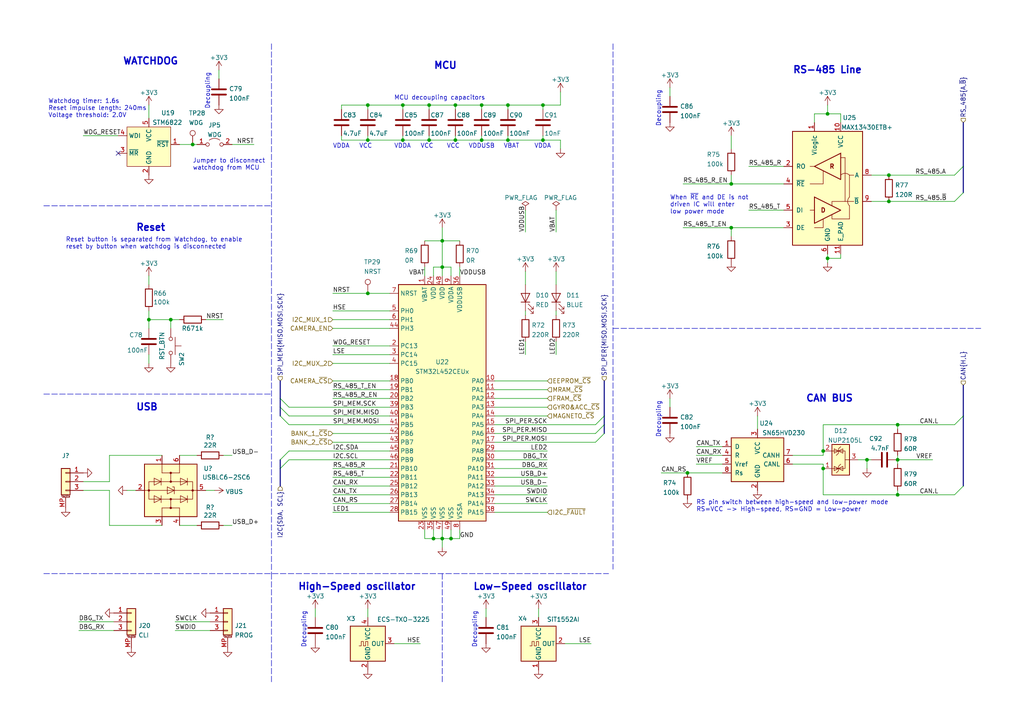
<source format=kicad_sch>
(kicad_sch (version 20211123) (generator eeschema)
  (paper "A4")
  (lib_symbols
    (symbol "Connector:TestPoint" (pin_numbers hide) (pin_names (offset 0.762) hide)
      (property "Reference" "TP" (at 0 6.858 0))
      (property "Value" "TestPoint" (at 0 5.08 0))
      (symbol "TestPoint_1_1"
        (pin passive line (at 0 0 90) (length 2.54) (name "1") (number "1"))
      )
    )
    (symbol "Connector_Generic_MountingPin:Conn_01x03_MountingPin" (pin_names (offset 1.016) hide)
      (property "Reference" "J" (at 0 5.08 0))
      (property "Value" "Conn_01x03_MountingPin" (at 1.27 -5.08 0))
      (symbol "Conn_01x03_MountingPin_1_1"
        (text "Mounting" (at 0 -4.191 0) (effects (font (size 0.381 0.381))))
        (pin passive line (at -5.08 2.54 0) (length 3.81) (name "Pin_1") (number "1"))
        (pin passive line (at -5.08 0 0) (length 3.81) (name "Pin_2") (number "2"))
        (pin passive line (at -5.08 -2.54 0) (length 3.81) (name "Pin_3") (number "3"))
        (pin passive line (at 0 -7.62 90) (length 3.048) (name "MountPin") (number "MP"))
      )
    )
    (symbol "Device:C" (pin_numbers hide) (pin_names (offset 0.254))
      (property "Reference" "C" (at 0.635 2.54 0))
      (property "Value" "C" (at 0.635 -2.54 0))
      (symbol "C_1_1"
        (pin passive line (at 0 3.81 270) (length 2.794) (name "~") (number "1"))
        (pin passive line (at 0 -3.81 90) (length 2.794) (name "~") (number "2"))
      )
    )
    (symbol "Device:LED" (pin_numbers hide) (pin_names (offset 1.016) hide)
      (property "Reference" "D" (at 0 2.54 0))
      (property "Value" "LED" (at 0 -2.54 0))
      (symbol "LED_1_1"
        (pin passive line (at -3.81 0 0) (length 2.54) (name "K") (number "1"))
        (pin passive line (at 3.81 0 180) (length 2.54) (name "A") (number "2"))
      )
    )
    (symbol "Device:R" (pin_numbers hide) (pin_names (offset 0))
      (property "Reference" "R" (at 2.032 0 90))
      (property "Value" "R" (at 0 0 90))
      (symbol "R_1_1"
        (pin passive line (at 0 3.81 270) (length 1.27) (name "~") (number "1"))
        (pin passive line (at 0 -3.81 90) (length 1.27) (name "~") (number "2"))
      )
    )
    (symbol "Interface_CAN_LIN:SN65HVD230" (pin_names (offset 1.016))
      (property "Reference" "U" (at -2.54 10.16 0))
      (property "Value" "SN65HVD230" (at -2.54 7.62 0))
      (symbol "SN65HVD230_1_1"
        (pin input line (at -10.16 2.54 0) (length 2.54) (name "D") (number "1"))
        (pin power_in line (at 0 -10.16 90) (length 2.54) (name "GND") (number "2"))
        (pin power_in line (at 0 7.62 270) (length 2.54) (name "VCC") (number "3"))
        (pin output line (at -10.16 0 0) (length 2.54) (name "R") (number "4"))
        (pin output line (at -10.16 -2.54 0) (length 2.54) (name "Vref") (number "5"))
        (pin bidirectional line (at 10.16 -2.54 180) (length 2.54) (name "CANL") (number "6"))
        (pin bidirectional line (at 10.16 0 180) (length 2.54) (name "CANH") (number "7"))
        (pin input line (at -10.16 -5.08 0) (length 2.54) (name "Rs") (number "8"))
      )
    )
    (symbol "Jumper:Jumper_2_Open" (pin_names (offset 0) hide)
      (property "Reference" "JP" (at 0 2.794 0))
      (property "Value" "Jumper_2_Open" (at 0 -2.286 0))
      (symbol "Jumper_2_Open_1_1"
        (pin passive line (at -5.08 0 0) (length 2.54) (name "A") (number "1"))
        (pin passive line (at 5.08 0 180) (length 2.54) (name "B") (number "2"))
      )
    )
    (symbol "MCU_ST_STM32L4:STM32L452CEUx"
      (property "Reference" "U" (at -12.7 34.29 0))
      (property "Value" "STM32L452CEUx" (at 7.62 34.29 0))
      (symbol "STM32L452CEUx_1_1"
        (pin power_in line (at -5.08 35.56 270) (length 2.54) (name "VBAT") (number "1"))
        (pin bidirectional line (at 15.24 5.08 180) (length 2.54) (name "PA0") (number "10"))
        (pin bidirectional line (at 15.24 2.54 180) (length 2.54) (name "PA1") (number "11"))
        (pin bidirectional line (at 15.24 0 180) (length 2.54) (name "PA2") (number "12"))
        (pin bidirectional line (at 15.24 -2.54 180) (length 2.54) (name "PA3") (number "13"))
        (pin bidirectional line (at 15.24 -5.08 180) (length 2.54) (name "PA4") (number "14"))
        (pin bidirectional line (at 15.24 -7.62 180) (length 2.54) (name "PA5") (number "15"))
        (pin bidirectional line (at 15.24 -10.16 180) (length 2.54) (name "PA6") (number "16"))
        (pin bidirectional line (at 15.24 -12.7 180) (length 2.54) (name "PA7") (number "17"))
        (pin bidirectional line (at -15.24 5.08 0) (length 2.54) (name "PB0") (number "18"))
        (pin bidirectional line (at -15.24 2.54 0) (length 2.54) (name "PB1") (number "19"))
        (pin bidirectional line (at -15.24 15.24 0) (length 2.54) (name "PC13") (number "2"))
        (pin bidirectional line (at -15.24 0 0) (length 2.54) (name "PB2") (number "20"))
        (pin bidirectional line (at -15.24 -20.32 0) (length 2.54) (name "PB10") (number "21"))
        (pin bidirectional line (at -15.24 -22.86 0) (length 2.54) (name "PB11") (number "22"))
        (pin power_in line (at -5.08 -38.1 90) (length 2.54) (name "VSS") (number "23"))
        (pin power_in line (at -2.54 35.56 270) (length 2.54) (name "VDD") (number "24"))
        (pin bidirectional line (at -15.24 -25.4 0) (length 2.54) (name "PB12") (number "25"))
        (pin bidirectional line (at -15.24 -27.94 0) (length 2.54) (name "PB13") (number "26"))
        (pin bidirectional line (at -15.24 -30.48 0) (length 2.54) (name "PB14") (number "27"))
        (pin bidirectional line (at -15.24 -33.02 0) (length 2.54) (name "PB15") (number "28"))
        (pin bidirectional line (at 15.24 -15.24 180) (length 2.54) (name "PA8") (number "29"))
        (pin bidirectional line (at -15.24 12.7 0) (length 2.54) (name "PC14") (number "3"))
        (pin bidirectional line (at 15.24 -17.78 180) (length 2.54) (name "PA9") (number "30"))
        (pin bidirectional line (at 15.24 -20.32 180) (length 2.54) (name "PA10") (number "31"))
        (pin bidirectional line (at 15.24 -22.86 180) (length 2.54) (name "PA11") (number "32"))
        (pin bidirectional line (at 15.24 -25.4 180) (length 2.54) (name "PA12") (number "33"))
        (pin bidirectional line (at 15.24 -27.94 180) (length 2.54) (name "PA13") (number "34"))
        (pin power_in line (at -2.54 -38.1 90) (length 2.54) (name "VSS") (number "35"))
        (pin power_in line (at 5.08 35.56 270) (length 2.54) (name "VDDUSB") (number "36"))
        (pin bidirectional line (at 15.24 -30.48 180) (length 2.54) (name "PA14") (number "37"))
        (pin bidirectional line (at 15.24 -33.02 180) (length 2.54) (name "PA15") (number "38"))
        (pin bidirectional line (at -15.24 -2.54 0) (length 2.54) (name "PB3") (number "39"))
        (pin bidirectional line (at -15.24 10.16 0) (length 2.54) (name "PC15") (number "4"))
        (pin bidirectional line (at -15.24 -5.08 0) (length 2.54) (name "PB4") (number "40"))
        (pin bidirectional line (at -15.24 -7.62 0) (length 2.54) (name "PB5") (number "41"))
        (pin bidirectional line (at -15.24 -10.16 0) (length 2.54) (name "PB6") (number "42"))
        (pin bidirectional line (at -15.24 -12.7 0) (length 2.54) (name "PB7") (number "43"))
        (pin bidirectional line (at -15.24 20.32 0) (length 2.54) (name "PH3") (number "44"))
        (pin bidirectional line (at -15.24 -15.24 0) (length 2.54) (name "PB8") (number "45"))
        (pin bidirectional line (at -15.24 -17.78 0) (length 2.54) (name "PB9") (number "46"))
        (pin power_in line (at 0 -38.1 90) (length 2.54) (name "VSS") (number "47"))
        (pin power_in line (at 0 35.56 270) (length 2.54) (name "VDD") (number "48"))
        (pin power_in line (at 2.54 -38.1 90) (length 2.54) (name "VSS") (number "49"))
        (pin input line (at -15.24 25.4 0) (length 2.54) (name "PH0") (number "5"))
        (pin input line (at -15.24 22.86 0) (length 2.54) (name "PH1") (number "6"))
        (pin input line (at -15.24 30.48 0) (length 2.54) (name "NRST") (number "7"))
        (pin power_in line (at 5.08 -38.1 90) (length 2.54) (name "VSSA") (number "8"))
        (pin power_in line (at 2.54 35.56 270) (length 2.54) (name "VDDA") (number "9"))
      )
    )
    (symbol "Power_Protection:NUP2105L" (pin_names hide)
      (property "Reference" "D" (at 5.715 2.54 0))
      (property "Value" "NUP2105L" (at 5.715 0.635 0))
      (symbol "NUP2105L_0_0"
        (pin passive line (at 0 -5.08 90) (length 2.54) (name "A") (number "3"))
      )
      (symbol "NUP2105L_1_1"
        (pin passive line (at -2.54 5.08 270) (length 2.54) (name "K") (number "1"))
        (pin passive line (at 2.54 5.08 270) (length 2.54) (name "K") (number "2"))
      )
    )
    (symbol "Power_Protection:USBLC6-2SC6" (pin_names hide)
      (property "Reference" "U" (at 2.54 8.89 0))
      (property "Value" "USBLC6-2SC6" (at 2.54 -8.89 0))
      (symbol "USBLC6-2SC6_1_1"
        (pin passive line (at -10.16 -2.54 0) (length 2.54) (name "I/O1") (number "1"))
        (pin passive line (at 0 -10.16 90) (length 2.54) (name "GND") (number "2"))
        (pin passive line (at 10.16 -2.54 180) (length 2.54) (name "I/O2") (number "3"))
        (pin passive line (at 10.16 2.54 180) (length 2.54) (name "I/O2") (number "4"))
        (pin passive line (at 0 10.16 270) (length 2.54) (name "VBUS") (number "5"))
        (pin passive line (at -10.16 2.54 0) (length 2.54) (name "I/O1") (number "6"))
      )
    )
    (symbol "Switch:SW_Push" (pin_numbers hide) (pin_names (offset 1.016) hide)
      (property "Reference" "SW" (at 1.27 2.54 0))
      (property "Value" "SW_Push" (at 0 -1.524 0))
      (symbol "SW_Push_0_1"
        (pin passive line (at -5.08 0 0) (length 2.54) (name "1") (number "1"))
        (pin passive line (at 5.08 0 180) (length 2.54) (name "2") (number "2"))
      )
    )
    (symbol "TCY_IC:MAX13430ETB+" (pin_names (offset 1.016))
      (property "Reference" "U" (at -10.16 19.05 0))
      (property "Value" "MAX13430ETB+" (at 5.08 19.05 0))
      (symbol "MAX13430ETB+_0_0"
        (text "D" (at -1.27 -5.08 0) (effects (font (size 1.27 1.27) bold)))
        (text "R" (at 1.27 7.62 0) (effects (font (size 1.27 1.27) bold)))
      )
      (symbol "MAX13430ETB+_1_1"
        (pin power_in line (at -3.81 20.32 270) (length 2.54) (name "Vlogic") (number "1"))
        (pin power_in line (at 3.81 20.32 270) (length 2.54) (name "VCC") (number "10"))
        (pin power_in line (at 3.81 -17.78 90) (length 2.54) (name "E_PAD") (number "11"))
        (pin output line (at -12.7 7.62 0) (length 2.54) (name "RO") (number "2"))
        (pin input line (at -12.7 -10.16 0) (length 2.54) (name "DE") (number "3"))
        (pin input line (at -12.7 2.54 0) (length 2.54) (name "~{RE}") (number "4"))
        (pin input line (at -12.7 -5.08 0) (length 2.54) (name "DI") (number "5"))
        (pin power_in line (at 0 -17.78 90) (length 2.54) (name "GND") (number "6"))
        (pin no_connect line (at 10.16 1.27 180) (length 2.54) hide (name "NC") (number "7"))
        (pin input line (at 12.7 5.08 180) (length 2.54) (name "A") (number "8"))
        (pin input line (at 12.7 -2.54 180) (length 2.54) (name "~{B}") (number "9"))
      )
    )
    (symbol "TCY_IC:STM6822"
      (property "Reference" "U" (at 6.35 13.97 0))
      (property "Value" "STM6822" (at 6.35 16.51 0))
      (symbol "STM6822_1_1"
        (pin open_collector line (at 8.89 6.35 180) (length 2.54) (name "~{RST}") (number "1"))
        (pin passive line (at 0 -2.54 90) (length 2.54) (name "GND") (number "2"))
        (pin input line (at -8.89 3.81 0) (length 2.54) (name "~{MR}") (number "3"))
        (pin input line (at -8.89 8.89 0) (length 2.54) (name "WDI") (number "4"))
        (pin power_in line (at 0 13.97 270) (length 2.54) (name "VCC") (number "5"))
      )
    )
    (symbol "TCY_ocillators:ECS-TXO-3225" (pin_names (offset 0.254))
      (property "Reference" "X" (at -6.35 6.35 0))
      (property "Value" "ECS-TXO-3225" (at 1.27 6.35 0))
      (symbol "ECS-TXO-3225_1_1"
        (pin no_connect line (at -7.62 0 0) (length 2.54) hide (name "NC") (number "1"))
        (pin power_in line (at 0 -7.62 90) (length 2.54) (name "GND") (number "2"))
        (pin output line (at 7.62 0 180) (length 2.54) (name "OUT") (number "3"))
        (pin power_in line (at 0 7.62 270) (length 2.54) (name "VCC") (number "4"))
      )
    )
    (symbol "TCY_ocillators:SiT1552AI" (pin_names (offset 0.254))
      (property "Reference" "X" (at -6.35 6.35 0))
      (property "Value" "SiT1552AI" (at 1.27 6.35 0))
      (symbol "SiT1552AI_1_1"
        (pin power_in line (at 0 -7.62 90) (length 2.54) (name "GND") (number "1"))
        (pin output line (at 7.62 0 180) (length 2.54) (name "OUT") (number "2"))
        (pin power_in line (at 0 7.62 270) (length 2.54) (name "VCC") (number "3"))
        (pin power_in line (at 0 -7.62 90) (length 2.54) hide (name "GND") (number "4"))
      )
    )
    (symbol "power:+3.3V" (power) (pin_names (offset 0))
      (property "Value" "+3.3V" (at 0 3.556 0))
      (symbol "+3.3V_1_1"
        (pin power_in line (at 0 0 90) (length 0) hide (name "+3V3") (number "1"))
      )
    )
    (symbol "power:GND" (power) (pin_names (offset 0))
      (property "Value" "GND" (at 0 -3.81 0))
      (symbol "GND_1_1"
        (pin power_in line (at 0 0 270) (length 0) hide (name "GND") (number "1"))
      )
    )
    (symbol "power:PWR_FLAG" (power) (pin_numbers hide) (pin_names (offset 0) hide)
      (property "Value" "PWR_FLAG" (at 0 3.81 0))
      (symbol "PWR_FLAG_0_0"
        (pin power_out line (at 0 0 90) (length 0) (name "pwr") (number "1"))
      )
    )
    (symbol "power:VBUS" (power) (pin_names (offset 0))
      (property "Value" "VBUS" (at 0 3.81 0))
      (symbol "VBUS_1_1"
        (pin power_in line (at 0 0 90) (length 0) hide (name "VBUS") (number "1"))
      )
    )
  )
  (junction (at 106.68 85.09))
  (junction (at 128.27 77.47) (diameter 0.9144))
  (junction (at 43.18 92.71) (diameter 0.9144))
  (junction (at 260.35 133.35) (diameter 0.9144))
  (junction (at 128.27 156.21) (diameter 0.9144))
  (junction (at 116.84 40.64) (diameter 0.9144))
  (junction (at 240.03 74.93) (diameter 0.9144))
  (junction (at 212.09 66.04) (diameter 0.9144))
  (junction (at 116.84 30.48) (diameter 0.9144))
  (junction (at 106.68 40.64) (diameter 0.9144))
  (junction (at 251.46 133.35) (diameter 0.9144))
  (junction (at 260.35 143.51) (diameter 0.9144))
  (junction (at 157.48 40.64) (diameter 0.9144))
  (junction (at 260.35 123.19) (diameter 0.9144))
  (junction (at 147.32 30.48) (diameter 0.9144))
  (junction (at 199.39 137.16) (diameter 0.9144))
  (junction (at 49.53 92.71) (diameter 0.9144))
  (junction (at 238.76 135.89) (diameter 0.9144))
  (junction (at 132.08 30.48) (diameter 0.9144))
  (junction (at 147.32 40.64) (diameter 0.9144))
  (junction (at 124.46 40.64) (diameter 0.9144))
  (junction (at 132.08 40.64) (diameter 0.9144))
  (junction (at 106.68 30.48) (diameter 0.9144))
  (junction (at 124.46 30.48) (diameter 0.9144))
  (junction (at 125.73 156.21) (diameter 0.9144))
  (junction (at 139.7 40.64) (diameter 0.9144))
  (junction (at 257.81 58.42) (diameter 0.9144))
  (junction (at 139.7 30.48) (diameter 0.9144))
  (junction (at 257.81 50.8) (diameter 0.9144))
  (junction (at 128.27 69.85) (diameter 0.9144))
  (junction (at 212.09 53.34) (diameter 0.9144))
  (junction (at 55.88 41.91) (diameter 0.9144))
  (junction (at 157.48 30.48) (diameter 0.9144))
  (junction (at 240.03 33.02) (diameter 0.9144))
  (junction (at 238.76 130.81) (diameter 0.9144))
  (junction (at 130.81 156.21) (diameter 0.9144))
  (no_connect (at 34.29 44.45))
  (bus_entry (at 81.28 120.65) (size 2.54 2.54))
  (bus_entry (at 279.4 140.97) (size -2.54 2.54))
  (bus_entry (at 81.28 118.11) (size 2.54 2.54))
  (bus_entry (at 279.4 48.26) (size -2.54 2.54))
  (bus_entry (at 175.26 123.19) (size -2.54 2.54))
  (bus_entry (at 279.4 55.88) (size -2.54 2.54))
  (bus_entry (at 175.26 120.65) (size -2.54 2.54))
  (bus_entry (at 279.4 120.65) (size -2.54 2.54))
  (bus_entry (at 175.26 125.73) (size -2.54 2.54))
  (bus_entry (at 81.28 133.35) (size 2.54 -2.54))
  (bus_entry (at 81.28 135.89) (size 2.54 -2.54))
  (bus_entry (at 81.28 115.57) (size 2.54 2.54))
  (wire (pts (xy 96.52 113.03) (xy 113.03 113.03)))
  (polyline (pts (xy 12.7 166.37) (xy 176.53 166.37)) (stroke (width 0) (type dash)))
  (wire (pts (xy 257.81 50.8) (xy 276.86 50.8)))
  (wire (pts (xy 96.52 102.87) (xy 113.03 102.87)))
  (wire (pts (xy 52.07 152.4) (xy 57.15 152.4)))
  (wire (pts (xy 43.18 80.01) (xy 43.18 82.55)))
  (wire (pts (xy 198.12 53.34) (xy 212.09 53.34)))
  (wire (pts (xy 60.96 182.88) (xy 50.8 182.88)))
  (wire (pts (xy 24.13 142.24) (xy 31.75 142.24)))
  (wire (pts (xy 260.35 133.35) (xy 270.51 133.35)))
  (wire (pts (xy 143.51 128.27) (xy 172.72 128.27)))
  (wire (pts (xy 260.35 142.24) (xy 260.35 143.51)))
  (wire (pts (xy 157.48 40.64) (xy 162.56 40.64)))
  (wire (pts (xy 162.56 40.64) (xy 162.56 43.18)))
  (wire (pts (xy 83.82 118.11) (xy 113.03 118.11)))
  (wire (pts (xy 124.46 40.64) (xy 116.84 40.64)))
  (wire (pts (xy 114.3 186.69) (xy 121.92 186.69)))
  (wire (pts (xy 143.51 138.43) (xy 158.75 138.43)))
  (wire (pts (xy 161.29 99.06) (xy 161.29 102.87)))
  (wire (pts (xy 238.76 135.89) (xy 238.76 143.51)))
  (wire (pts (xy 128.27 69.85) (xy 128.27 77.47)))
  (wire (pts (xy 152.4 99.06) (xy 152.4 102.87)))
  (bus (pts (xy 175.26 120.65) (xy 175.26 123.19)))
  (wire (pts (xy 125.73 77.47) (xy 128.27 77.47)))
  (wire (pts (xy 123.19 69.85) (xy 128.27 69.85)))
  (wire (pts (xy 128.27 69.85) (xy 133.35 69.85)))
  (bus (pts (xy 279.4 35.56) (xy 279.4 48.26)))
  (wire (pts (xy 83.82 133.35) (xy 113.03 133.35)))
  (wire (pts (xy 31.75 142.24) (xy 31.75 152.4)))
  (wire (pts (xy 125.73 153.67) (xy 125.73 156.21)))
  (bus (pts (xy 81.28 118.11) (xy 81.28 120.65)))
  (bus (pts (xy 279.4 120.65) (xy 279.4 140.97)))
  (wire (pts (xy 96.52 110.49) (xy 113.03 110.49)))
  (wire (pts (xy 219.71 120.65) (xy 219.71 124.46)))
  (wire (pts (xy 156.21 176.53) (xy 156.21 179.07)))
  (wire (pts (xy 96.52 143.51) (xy 113.03 143.51)))
  (bus (pts (xy 81.28 115.57) (xy 81.28 118.11)))
  (wire (pts (xy 64.77 132.08) (xy 67.31 132.08)))
  (wire (pts (xy 96.52 100.33) (xy 113.03 100.33)))
  (wire (pts (xy 143.51 123.19) (xy 172.72 123.19)))
  (wire (pts (xy 163.83 186.69) (xy 171.45 186.69)))
  (wire (pts (xy 143.51 148.59) (xy 158.75 148.59)))
  (wire (pts (xy 130.81 153.67) (xy 130.81 156.21)))
  (wire (pts (xy 201.93 129.54) (xy 209.55 129.54)))
  (wire (pts (xy 59.69 142.24) (xy 62.23 142.24)))
  (wire (pts (xy 33.02 180.34) (xy 22.86 180.34)))
  (wire (pts (xy 143.51 115.57) (xy 158.75 115.57)))
  (wire (pts (xy 132.08 39.37) (xy 132.08 40.64)))
  (wire (pts (xy 201.93 134.62) (xy 209.55 134.62)))
  (wire (pts (xy 217.17 60.96) (xy 227.33 60.96)))
  (wire (pts (xy 260.35 143.51) (xy 238.76 143.51)))
  (wire (pts (xy 260.35 143.51) (xy 276.86 143.51)))
  (wire (pts (xy 116.84 40.64) (xy 116.84 39.37)))
  (wire (pts (xy 252.73 50.8) (xy 257.81 50.8)))
  (wire (pts (xy 124.46 30.48) (xy 132.08 30.48)))
  (wire (pts (xy 124.46 31.75) (xy 124.46 30.48)))
  (wire (pts (xy 132.08 30.48) (xy 139.7 30.48)))
  (wire (pts (xy 139.7 30.48) (xy 147.32 30.48)))
  (wire (pts (xy 147.32 30.48) (xy 147.32 31.75)))
  (polyline (pts (xy 12.7 114.3) (xy 78.74 114.3)) (stroke (width 0) (type dash)))
  (wire (pts (xy 143.51 135.89) (xy 158.75 135.89)))
  (wire (pts (xy 59.69 92.71) (xy 64.77 92.71)))
  (polyline (pts (xy 78.74 166.37) (xy 78.74 198.12)) (stroke (width 0) (type dash)))
  (wire (pts (xy 96.52 85.09) (xy 106.68 85.09)))
  (wire (pts (xy 99.06 40.64) (xy 99.06 39.37)))
  (wire (pts (xy 106.68 39.37) (xy 106.68 40.64)))
  (wire (pts (xy 106.68 40.64) (xy 99.06 40.64)))
  (wire (pts (xy 133.35 77.47) (xy 133.35 80.01)))
  (wire (pts (xy 212.09 39.37) (xy 212.09 43.18)))
  (wire (pts (xy 252.73 58.42) (xy 257.81 58.42)))
  (wire (pts (xy 157.48 30.48) (xy 157.48 31.75)))
  (wire (pts (xy 143.51 143.51) (xy 158.75 143.51)))
  (bus (pts (xy 175.26 110.49) (xy 175.26 120.65)))
  (wire (pts (xy 128.27 69.85) (xy 128.27 66.04)))
  (wire (pts (xy 96.52 140.97) (xy 113.03 140.97)))
  (wire (pts (xy 116.84 31.75) (xy 116.84 30.48)))
  (wire (pts (xy 152.4 78.74) (xy 152.4 82.55)))
  (wire (pts (xy 152.4 90.17) (xy 152.4 91.44)))
  (wire (pts (xy 24.13 139.7) (xy 31.75 139.7)))
  (wire (pts (xy 43.18 92.71) (xy 49.53 92.71)))
  (wire (pts (xy 49.53 92.71) (xy 52.07 92.71)))
  (polyline (pts (xy 78.74 12.7) (xy 78.74 166.37)) (stroke (width 0) (type dash)))
  (wire (pts (xy 212.09 66.04) (xy 212.09 68.58)))
  (wire (pts (xy 140.97 176.53) (xy 140.97 179.07)))
  (bus (pts (xy 175.26 123.19) (xy 175.26 125.73)))
  (wire (pts (xy 243.84 73.66) (xy 243.84 74.93)))
  (wire (pts (xy 243.84 74.93) (xy 240.03 74.93)))
  (wire (pts (xy 106.68 176.53) (xy 106.68 179.07)))
  (wire (pts (xy 67.31 41.91) (xy 73.66 41.91)))
  (wire (pts (xy 217.17 48.26) (xy 227.33 48.26)))
  (wire (pts (xy 201.93 132.08) (xy 209.55 132.08)))
  (wire (pts (xy 99.06 30.48) (xy 106.68 30.48)))
  (wire (pts (xy 99.06 31.75) (xy 99.06 30.48)))
  (wire (pts (xy 106.68 30.48) (xy 106.68 31.75)))
  (wire (pts (xy 49.53 92.71) (xy 49.53 95.25)))
  (wire (pts (xy 123.19 77.47) (xy 123.19 80.01)))
  (polyline (pts (xy 177.8 12.7) (xy 177.8 165.1)) (stroke (width 0) (type dash)))
  (wire (pts (xy 240.03 73.66) (xy 240.03 74.93)))
  (wire (pts (xy 240.03 74.93) (xy 240.03 76.2)))
  (wire (pts (xy 243.84 33.02) (xy 240.03 33.02)))
  (wire (pts (xy 243.84 35.56) (xy 243.84 33.02)))
  (wire (pts (xy 128.27 153.67) (xy 128.27 156.21)))
  (wire (pts (xy 96.52 105.41) (xy 113.03 105.41)))
  (wire (pts (xy 106.68 30.48) (xy 116.84 30.48)))
  (wire (pts (xy 143.51 113.03) (xy 158.75 113.03)))
  (wire (pts (xy 123.19 156.21) (xy 123.19 153.67)))
  (wire (pts (xy 125.73 156.21) (xy 123.19 156.21)))
  (wire (pts (xy 128.27 156.21) (xy 125.73 156.21)))
  (wire (pts (xy 128.27 158.75) (xy 128.27 156.21)))
  (wire (pts (xy 143.51 140.97) (xy 158.75 140.97)))
  (wire (pts (xy 36.83 142.24) (xy 39.37 142.24)))
  (wire (pts (xy 157.48 39.37) (xy 157.48 40.64)))
  (wire (pts (xy 96.52 146.05) (xy 113.03 146.05)))
  (wire (pts (xy 43.18 90.17) (xy 43.18 92.71)))
  (wire (pts (xy 83.82 120.65) (xy 113.03 120.65)))
  (wire (pts (xy 161.29 78.74) (xy 161.29 82.55)))
  (wire (pts (xy 139.7 30.48) (xy 139.7 31.75)))
  (wire (pts (xy 83.82 130.81) (xy 113.03 130.81)))
  (wire (pts (xy 116.84 30.48) (xy 124.46 30.48)))
  (wire (pts (xy 31.75 152.4) (xy 46.99 152.4)))
  (bus (pts (xy 81.28 135.89) (xy 81.28 140.97)))
  (wire (pts (xy 161.29 60.96) (xy 161.29 67.31)))
  (wire (pts (xy 198.12 66.04) (xy 212.09 66.04)))
  (wire (pts (xy 212.09 66.04) (xy 227.33 66.04)))
  (bus (pts (xy 279.4 111.76) (xy 279.4 120.65)))
  (wire (pts (xy 191.77 137.16) (xy 199.39 137.16)))
  (wire (pts (xy 83.82 123.19) (xy 113.03 123.19)))
  (wire (pts (xy 139.7 39.37) (xy 139.7 40.64)))
  (wire (pts (xy 96.52 138.43) (xy 113.03 138.43)))
  (wire (pts (xy 147.32 30.48) (xy 157.48 30.48)))
  (wire (pts (xy 31.75 132.08) (xy 46.99 132.08)))
  (wire (pts (xy 199.39 137.16) (xy 209.55 137.16)))
  (wire (pts (xy 64.77 152.4) (xy 67.31 152.4)))
  (wire (pts (xy 194.31 25.4) (xy 194.31 27.94)))
  (wire (pts (xy 161.29 90.17) (xy 161.29 91.44)))
  (wire (pts (xy 96.52 125.73) (xy 113.03 125.73)))
  (wire (pts (xy 63.5 20.32) (xy 63.5 22.86)))
  (wire (pts (xy 96.52 128.27) (xy 113.03 128.27)))
  (wire (pts (xy 43.18 102.87) (xy 43.18 105.41)))
  (wire (pts (xy 238.76 123.19) (xy 238.76 130.81)))
  (wire (pts (xy 96.52 115.57) (xy 113.03 115.57)))
  (wire (pts (xy 128.27 77.47) (xy 128.27 80.01)))
  (bus (pts (xy 81.28 133.35) (xy 81.28 135.89)))
  (polyline (pts (xy 128.27 166.37) (xy 128.27 198.12)) (stroke (width 0) (type dash)))
  (wire (pts (xy 236.22 33.02) (xy 240.03 33.02)))
  (wire (pts (xy 236.22 35.56) (xy 236.22 33.02)))
  (wire (pts (xy 240.03 33.02) (xy 240.03 30.48)))
  (wire (pts (xy 143.51 110.49) (xy 158.75 110.49)))
  (wire (pts (xy 157.48 30.48) (xy 162.56 30.48)))
  (wire (pts (xy 260.35 134.62) (xy 260.35 133.35)))
  (wire (pts (xy 52.07 41.91) (xy 55.88 41.91)))
  (wire (pts (xy 55.88 41.91) (xy 57.15 41.91)))
  (wire (pts (xy 130.81 77.47) (xy 128.27 77.47)))
  (wire (pts (xy 130.81 80.01) (xy 130.81 77.47)))
  (wire (pts (xy 43.18 92.71) (xy 43.18 95.25)))
  (wire (pts (xy 96.52 95.25) (xy 113.03 95.25)))
  (wire (pts (xy 229.87 132.08) (xy 238.76 132.08)))
  (wire (pts (xy 238.76 132.08) (xy 238.76 130.81)))
  (wire (pts (xy 143.51 133.35) (xy 158.75 133.35)))
  (wire (pts (xy 96.52 148.59) (xy 113.03 148.59)))
  (wire (pts (xy 24.13 39.37) (xy 34.29 39.37)))
  (wire (pts (xy 194.31 115.57) (xy 194.31 118.11)))
  (wire (pts (xy 128.27 156.21) (xy 130.81 156.21)))
  (wire (pts (xy 130.81 156.21) (xy 133.35 156.21)))
  (wire (pts (xy 133.35 156.21) (xy 133.35 153.67)))
  (wire (pts (xy 143.51 118.11) (xy 158.75 118.11)))
  (wire (pts (xy 143.51 120.65) (xy 158.75 120.65)))
  (wire (pts (xy 147.32 40.64) (xy 157.48 40.64)))
  (wire (pts (xy 52.07 132.08) (xy 57.15 132.08)))
  (wire (pts (xy 257.81 58.42) (xy 276.86 58.42)))
  (polyline (pts (xy 12.7 59.69) (xy 78.74 59.69)) (stroke (width 0) (type dash)))
  (bus (pts (xy 279.4 48.26) (xy 279.4 55.88)))
  (wire (pts (xy 143.51 130.81) (xy 158.75 130.81)))
  (polyline (pts (xy 177.8 95.25) (xy 284.48 95.25)) (stroke (width 0) (type dash)))
  (wire (pts (xy 96.52 135.89) (xy 113.03 135.89)))
  (wire (pts (xy 96.52 92.71) (xy 113.03 92.71)))
  (wire (pts (xy 31.75 139.7) (xy 31.75 132.08)))
  (wire (pts (xy 91.44 176.53) (xy 91.44 179.07)))
  (wire (pts (xy 260.35 123.19) (xy 238.76 123.19)))
  (wire (pts (xy 60.96 180.34) (xy 50.8 180.34)))
  (wire (pts (xy 212.09 50.8) (xy 212.09 53.34)))
  (wire (pts (xy 124.46 40.64) (xy 124.46 39.37)))
  (wire (pts (xy 132.08 40.64) (xy 124.46 40.64)))
  (wire (pts (xy 139.7 40.64) (xy 132.08 40.64)))
  (wire (pts (xy 147.32 39.37) (xy 147.32 40.64)))
  (wire (pts (xy 147.32 40.64) (xy 139.7 40.64)))
  (wire (pts (xy 125.73 77.47) (xy 125.73 80.01)))
  (wire (pts (xy 229.87 134.62) (xy 238.76 134.62)))
  (wire (pts (xy 238.76 134.62) (xy 238.76 135.89)))
  (wire (pts (xy 152.4 60.96) (xy 152.4 67.31)))
  (wire (pts (xy 106.68 40.64) (xy 116.84 40.64)))
  (wire (pts (xy 43.18 30.48) (xy 43.18 34.29)))
  (wire (pts (xy 143.51 125.73) (xy 172.72 125.73)))
  (wire (pts (xy 162.56 26.67) (xy 162.56 30.48)))
  (wire (pts (xy 33.02 182.88) (xy 22.86 182.88)))
  (wire (pts (xy 212.09 53.34) (xy 227.33 53.34)))
  (bus (pts (xy 81.28 110.49) (xy 81.28 115.57)))
  (wire (pts (xy 248.92 133.35) (xy 251.46 133.35)))
  (wire (pts (xy 251.46 133.35) (xy 251.46 135.89)))
  (wire (pts (xy 96.52 90.17) (xy 113.03 90.17)))
  (wire (pts (xy 143.51 146.05) (xy 158.75 146.05)))
  (wire (pts (xy 260.35 132.08) (xy 260.35 133.35)))
  (wire (pts (xy 260.35 123.19) (xy 260.35 124.46)))
  (wire (pts (xy 260.35 123.19) (xy 276.86 123.19)))
  (wire (pts (xy 106.68 85.09) (xy 113.03 85.09)))
  (wire (pts (xy 132.08 30.48) (xy 132.08 31.75)))
  (wire (pts (xy 251.46 133.35) (xy 252.73 133.35)))
  (text "VCC" (at 121.92 43.18 0) (effects (font (size 1.27 1.27)) (justify left bottom)))
  (text "Jumper to disconnect\nwatchdog from MCU" (at 55.88 49.53 0) (effects (font (size 1.27 1.27)) (justify left bottom)))
  (text "VCC" (at 104.14 43.18 0) (effects (font (size 1.27 1.27)) (justify left bottom)))
  (text "Decoupling" (at 88.9 187.96 90) (effects (font (size 1.27 1.27)) (justify left bottom)))
  (text "MCU" (at 125.73 20.32 0) (effects (font (size 2 2) (thickness 0.4) bold) (justify left bottom)))
  (text "CAN BUS" (at 233.68 116.84 0) (effects (font (size 2 2) (thickness 0.4) bold) (justify left bottom)))
  (text "WATCHDOG" (at 35.56 19.05 0) (effects (font (size 2 2) (thickness 0.4) bold) (justify left bottom)))
  (text "When ~{RE} and DE is not\ndriven IC will enter\nlow power mode" (at 194.31 62.23 0) (effects (font (size 1.27 1.27)) (justify left bottom)))
  (text "MCU decoupling capacitors" (at 114.3 29.21 0) (effects (font (size 1.27 1.27)) (justify left bottom)))
  (text "VBAT" (at 146.05 43.18 0) (effects (font (size 1.27 1.27)) (justify left bottom)))
  (text "VDDUSB" (at 135.89 43.18 0) (effects (font (size 1.27 1.27)) (justify left bottom)))
  (text "Decoupling" (at 191.77 36.83 90) (effects (font (size 1.27 1.27)) (justify left bottom)))
  (text "Reset button is separated from Watchdog, to enable\nreset by button when watchdog is disconnected" (at 19.05 72.39 0) (effects (font (size 1.27 1.27)) (justify left bottom)))
  (text "VDDA" (at 154.94 43.18 0) (effects (font (size 1.27 1.27)) (justify left bottom)))
  (text "RS-485 Line" (at 229.87 21.59 0) (effects (font (size 2 2) (thickness 0.4) bold) (justify left bottom)))
  (text "Reset" (at 39.37 67.31 0) (effects (font (size 2 2) (thickness 0.4) bold) (justify left bottom)))
  (text "Low-Speed oscillator" (at 137.16 171.45 0) (effects (font (size 2 2) (thickness 0.4) bold) (justify left bottom)))
  (text "Decoupling" (at 191.77 127 90) (effects (font (size 1.27 1.27)) (justify left bottom)))
  (text "Decoupling" (at 138.43 187.96 90) (effects (font (size 1.27 1.27)) (justify left bottom)))
  (text "Decoupling" (at 60.96 31.75 90) (effects (font (size 1.27 1.27)) (justify left bottom)))
  (text "VCC" (at 129.54 43.18 0) (effects (font (size 1.27 1.27)) (justify left bottom)))
  (text "RS pin switch between high-speed and low-power mode\nRS=VCC -> High-speed, RS=GND = Low-power" (at 201.93 148.59 0) (effects (font (size 1.27 1.27)) (justify left bottom)))
  (text "VDDA" (at 96.52 43.18 0) (effects (font (size 1.27 1.27)) (justify left bottom)))
  (text "High-Speed oscillator" (at 86.36 171.45 0) (effects (font (size 2 2) (thickness 0.4) bold) (justify left bottom)))
  (text "VDDA" (at 114.3 43.18 0) (effects (font (size 1.27 1.27)) (justify left bottom)))
  (text "USB" (at 39.37 119.38 0) (effects (font (size 2 2) (thickness 0.4) bold) (justify left bottom)))
  (text "Watchdog timer: 1.6s\nReset impulse length: 240ms\nVoltage threshold: 2.0V" (at 13.97 34.29 0) (effects (font (size 1.27 1.27)) (justify left bottom)))
  (label "CAN.L" (at 266.7 123.19 0))
  (label "CAN_RS" (at 191.77 137.16 0))
  (label "RS_485_R_EN" (at 198.12 53.34 0))
  (label "SWDIO" (at 50.8 182.88 0))
  (label "VREF" (at 270.51 133.35 180))
  (label "DBG_TX" (at 22.86 180.34 0))
  (label "CAN.L" (at 266.7 143.51 0))
  (label "RS_485_R_EN" (at 96.52 115.57 0))
  (label "SWDIO" (at 158.75 143.51 180))
  (label "VREF" (at 201.93 134.62 0))
  (label "RS_485_T_EN" (at 96.52 113.03 0))
  (label "NRST" (at 96.52 85.09 0))
  (label "HSE" (at 121.92 186.69 180))
  (label "CAN_RX" (at 201.93 132.08 0))
  (label "SPI_MEM.MISO" (at 96.52 120.65 0))
  (label "RS_485_R" (at 96.52 135.89 0))
  (label "WDG_RESET" (at 96.52 100.33 0))
  (label "VDDUSB" (at 152.4 67.31 90))
  (label "VBAT" (at 161.29 67.31 90))
  (label "SPI_MEM.SCK" (at 96.52 118.11 0))
  (label "WDG_RESET" (at 24.13 39.37 0))
  (label "LED2" (at 161.29 102.87 90))
  (label "DBG_RX" (at 158.75 135.89 180))
  (label "RS_485_R" (at 217.17 48.26 0))
  (label "RS_485.A" (at 265.43 50.8 0))
  (label "VDDUSB" (at 133.35 80.01 0))
  (label "SPI_MEM.MOSI" (at 96.52 123.19 0))
  (label "LSE" (at 96.52 102.87 0))
  (label "RS_485_T" (at 217.17 60.96 0))
  (label "RS_485_T_EN" (at 198.12 66.04 0))
  (label "VBAT" (at 123.19 80.01 180))
  (label "LED1" (at 152.4 102.87 90))
  (label "I2C.SCL" (at 96.52 133.35 0))
  (label "SPI_PER.MISO" (at 158.75 125.73 180))
  (label "GND" (at 133.35 156.21 0))
  (label "CAN_RS" (at 96.52 146.05 0))
  (label "SWCLK" (at 50.8 180.34 0))
  (label "SPI_PER.MOSI" (at 158.75 128.27 180))
  (label "SWCLK" (at 158.75 146.05 180))
  (label "HSE" (at 96.52 90.17 0))
  (label "CAN_RX" (at 96.52 140.97 0))
  (label "SPI_PER.SCK" (at 158.75 123.19 180))
  (label "USB_D+" (at 158.75 138.43 180))
  (label "NRST" (at 64.77 92.71 180))
  (label "CAN_TX" (at 201.93 129.54 0))
  (label "LED2" (at 158.75 130.81 180))
  (label "CAN_TX" (at 96.52 143.51 0))
  (label "RS_485.~{B}" (at 265.43 58.42 0))
  (label "LSE" (at 171.45 186.69 180))
  (label "USB_D-" (at 158.75 140.97 180))
  (label "I2C.SDA" (at 96.52 130.81 0))
  (label "DBG_RX" (at 22.86 182.88 0))
  (label "NRST" (at 73.66 41.91 180))
  (label "RS_485_T" (at 96.52 138.43 0))
  (label "USB_D+" (at 67.31 152.4 0))
  (label "LED1" (at 96.52 148.59 0))
  (label "USB_D-" (at 67.31 132.08 0))
  (label "DBG_TX" (at 158.75 133.35 180))
  (hierarchical_label "FRAM_~{CS}" (shape input) (at 158.75 115.57 0))
  (hierarchical_label "SPI_MEM{MISO,MOSI,SCK}" (shape input) (at 81.28 110.49 90))
  (hierarchical_label "I2C_MUX_1" (shape input) (at 96.52 92.71 180))
  (hierarchical_label "MAGNETO_~{CS}" (shape input) (at 158.75 120.65 0))
  (hierarchical_label "I2C{SDA, SCL}" (shape input) (at 81.28 140.97 270))
  (hierarchical_label "CAMERA_EN" (shape input) (at 96.52 95.25 180))
  (hierarchical_label "I2C_~{FAULT}" (shape input) (at 158.75 148.59 0))
  (hierarchical_label "BANK_2_~{CS}" (shape input) (at 96.52 128.27 180))
  (hierarchical_label "EEPROM_~{CS}" (shape input) (at 158.75 110.49 0))
  (hierarchical_label "CAN{H,L}" (shape input) (at 279.4 111.76 90))
  (hierarchical_label "RS_485{A,~{B}}" (shape input) (at 279.4 35.56 90))
  (hierarchical_label "MRAM_~{CS}" (shape input) (at 158.75 113.03 0))
  (hierarchical_label "CAMERA_~{CS}" (shape input) (at 96.52 110.49 180))
  (hierarchical_label "GYRO&ACC_~{CS}" (shape input) (at 158.75 118.11 0))
  (hierarchical_label "I2C_MUX_2" (shape input) (at 96.52 105.41 180))
  (hierarchical_label "SPI_PER{MISO,MOSI,SCK}" (shape input) (at 175.26 110.49 90))
  (hierarchical_label "BANK_1_~{CS}" (shape input) (at 96.52 125.73 180))
  (symbol (lib_id "TCY_IC:MAX13430ETB+") (at 240.03 55.88 0) (unit 1)
    (property "Reference" "U25" (at 246.38 34.1536 0))
    (property "Value" "MAX13430ETB+" (at 251.46 36.9287 0))
    (property "Footprint" "Package_DFN_QFN:DFN-10-1EP_3x3mm_P0.5mm_EP1.55x2.48mm" (effects hide))
    (property "Datasheet" "https://datasheets.maximintegrated.com/en/ds/MAX13430E-MAX13433E.pdf" (effects hide))
  )
  (symbol (lib_id "power:+3.3V") (at 43.18 30.48 0) (unit 1)
    (property "Reference" "#PWR?" (effects hide))
    (property "Value" "+3.3V" (at 43.18 26.8755 0))
  )
  (symbol (lib_id "Device:R") (at 212.09 46.99 0) (unit 1)
    (property "Reference" "R75" (at 204.9781 44.8115 0) (effects (justify left)))
    (property "Value" "100k" (at 204.9781 47.5866 0) (effects (justify left)))
    (property "Footprint" "TCY_passives:R_0603_1608Metric" (effects hide))
  )
  (symbol (lib_id "Device:R") (at 260.35 138.43 0) (unit 1)
    (property "Reference" "R79" (at 262.1281 137.5215 0) (effects (justify left)))
    (property "Value" "60R" (at 262.1281 140.2966 0) (effects (justify left)))
    (property "Footprint" "TCY_passives:R_0603_1608Metric" (effects hide))
  )
  (symbol (lib_id "Device:C") (at 99.06 35.56 0) (unit 1)
    (property "Reference" "C83" (at 99.4411 33.3815 0) (effects (justify left)))
    (property "Value" "4.7uF" (at 99.4411 38.6966 0) (effects (justify left)))
    (property "Footprint" "TCY_passives:C_0603_1608Metric" (effects hide))
  )
  (symbol (lib_id "power:GND") (at 24.13 137.16 90) (unit 1)
    (property "Reference" "#PWR?" (effects hide))
  )
  (symbol (lib_id "Device:C") (at 63.5 26.67 0) (unit 1)
    (property "Reference" "C79" (at 66.4211 25.7615 0) (effects (justify left)))
    (property "Value" "100nF" (at 66.4211 28.5366 0) (effects (justify left)))
    (property "Footprint" "TCY_passives:C_0603_1608Metric" (effects hide))
  )
  (symbol (lib_id "Device:C") (at 124.46 35.56 0) (unit 1)
    (property "Reference" "C87" (at 124.8411 33.3815 0) (effects (justify left)))
    (property "Value" "100nF" (at 124.8411 38.6966 0) (effects (justify left)))
    (property "Footprint" "TCY_passives:C_0603_1608Metric" (effects hide))
  )
  (symbol (lib_id "Interface_CAN_LIN:SN65HVD230") (at 219.71 132.08 0) (unit 1)
    (property "Reference" "U24" (at 222.25 122.7794 0))
    (property "Value" "SN65HVD230" (at 227.33 125.5545 0))
    (property "Footprint" "Package_SO:SOIC-8_3.9x4.9mm_P1.27mm" (effects hide))
    (property "Datasheet" "http://www.ti.com/lit/ds/symlink/sn65hvd230.pdf" (effects hide))
  )
  (symbol (lib_id "power:+3.3V") (at 162.56 26.67 0) (unit 1)
    (property "Reference" "#PWR?" (effects hide))
    (property "Value" "+3.3V" (at 162.56 23.0655 0))
  )
  (symbol (lib_id "power:+3.3V") (at 156.21 176.53 0) (unit 1)
    (property "Reference" "#PWR?" (effects hide))
    (property "Value" "+3.3V" (at 156.21 172.9255 0))
  )
  (symbol (lib_id "Device:C") (at 194.31 121.92 0) (unit 1)
    (property "Reference" "C82" (at 197.2311 121.0115 0) (effects (justify left)))
    (property "Value" "100nF" (at 197.2311 123.7866 0) (effects (justify left)))
    (property "Footprint" "TCY_passives:C_0603_1608Metric" (effects hide))
  )
  (symbol (lib_id "power:+3.3V") (at 212.09 39.37 0) (unit 1)
    (property "Reference" "#PWR?" (effects hide))
    (property "Value" "+3.3V" (at 212.09 35.7655 0))
  )
  (symbol (lib_id "Device:R") (at 43.18 86.36 0) (unit 1)
    (property "Reference" "R66" (at 44.45 85.09 0) (effects (justify left)))
    (property "Value" "100k" (at 44.45 87.63 0) (effects (justify left)))
    (property "Footprint" "TCY_passives:R_0603_1608Metric" (effects hide))
  )
  (symbol (lib_id "Device:R") (at 199.39 140.97 0) (unit 1)
    (property "Reference" "R74" (at 192.2781 140.0615 0) (effects (justify left)))
    (property "Value" "100k" (at 192.2781 142.8366 0) (effects (justify left)))
    (property "Footprint" "TCY_passives:R_0603_1608Metric" (effects hide))
  )
  (symbol (lib_id "power:VBUS") (at 62.23 142.24 270) (unit 1)
    (property "Reference" "#PWR?" (effects hide))
    (property "Value" "VBUS" (at 65.4051 142.6083 90) (effects (justify left)))
  )
  (symbol (lib_id "power:PWR_FLAG") (at 152.4 60.96 0) (unit 1)
    (property "Reference" "#FLG017" (effects hide))
    (property "Value" "PWR_FLAG" (at 151.13 57.3554 0))
  )
  (symbol (lib_id "Device:R") (at 260.35 128.27 0) (unit 1)
    (property "Reference" "R78" (at 262.1281 127.3615 0) (effects (justify left)))
    (property "Value" "60R" (at 262.1281 130.1366 0) (effects (justify left)))
    (property "Footprint" "TCY_passives:R_0603_1608Metric" (effects hide))
  )
  (symbol (lib_id "Connector_Generic_MountingPin:Conn_01x03_MountingPin") (at 19.05 139.7 0) (mirror y) (unit 1)
    (property "Reference" "J?" (at 19.05 132.1902 0))
    (property "Footprint" "TCY_connectors:Amphenol_10114830-11103LF_1x03_P1.25mm_Horizontal" (effects hide))
  )
  (symbol (lib_id "power:+3.3V") (at 91.44 176.53 0) (unit 1)
    (property "Reference" "#PWR?" (effects hide))
    (property "Value" "+3.3V" (at 91.44 172.9255 0))
  )
  (symbol (lib_id "Device:C") (at 139.7 35.56 0) (unit 1)
    (property "Reference" "C89" (at 140.0811 33.3815 0) (effects (justify left)))
    (property "Value" "100nF" (at 140.0811 38.6966 0) (effects (justify left)))
    (property "Footprint" "TCY_passives:C_0603_1608Metric" (effects hide))
  )
  (symbol (lib_id "Connector_Generic_MountingPin:Conn_01x03_MountingPin") (at 38.1 180.34 0) (unit 1)
    (property "Reference" "J20" (at 40.1321 181.4635 0) (effects (justify left)))
    (property "Value" "CLI" (at 40.1321 184.2386 0) (effects (justify left)))
    (property "Footprint" "TCY_connectors:Amphenol_10114830-11103LF_1x03_P1.25mm_Horizontal" (effects hide))
  )
  (symbol (lib_id "Device:C") (at 116.84 35.56 0) (unit 1)
    (property "Reference" "C85" (at 117.2211 33.3815 0) (effects (justify left)))
    (property "Value" "100nF" (at 117.2211 38.6966 0) (effects (justify left)))
    (property "Footprint" "TCY_passives:C_0603_1608Metric" (effects hide))
  )
  (symbol (lib_id "power:GND") (at 38.1 187.96 0) (unit 1)
    (property "Reference" "#PWR0164" (effects hide))
    (property "Value" "GND" (effects hide))
  )
  (symbol (lib_id "power:GND") (at 140.97 186.69 0) (unit 1)
    (property "Reference" "#PWR0177" (effects hide))
    (property "Value" "GND" (effects hide))
  )
  (symbol (lib_id "power:GND") (at 156.21 194.31 0) (unit 1)
    (property "Reference" "#PWR0179" (effects hide))
    (property "Value" "GND" (effects hide))
  )
  (symbol (lib_id "TCY_ocillators:SiT1552AI") (at 156.21 186.69 0) (unit 1)
    (property "Reference" "X4" (at 152.908 179.4315 0) (effects (justify right)))
    (property "Value" "SiT1552AI" (at 168.148 179.6666 0) (effects (justify right)))
    (property "Footprint" "TCY_oscillators:CSP-4_1.5x0.8mm" (effects hide))
    (property "Datasheet" "https://www.sitime.com/datasheet/SiT1552" (effects hide))
  )
  (symbol (lib_id "power:GND") (at 66.04 187.96 0) (unit 1)
    (property "Reference" "#PWR0171" (effects hide))
    (property "Value" "GND" (effects hide))
  )
  (symbol (lib_id "power:+3.3V") (at 161.29 78.74 0) (unit 1)
    (property "Reference" "#PWR?" (effects hide))
    (property "Value" "+3.3V" (at 161.29 75.1355 0))
  )
  (symbol (lib_id "Device:C") (at 106.68 35.56 0) (unit 1)
    (property "Reference" "C84" (at 107.0611 33.3815 0) (effects (justify left)))
    (property "Value" "4.7uF" (at 107.0611 38.6966 0) (effects (justify left)))
    (property "Footprint" "TCY_passives:C_0603_1608Metric" (effects hide))
  )
  (symbol (lib_id "power:GND") (at 63.5 30.48 0) (unit 1)
    (property "Reference" "#PWR0170" (effects hide))
    (property "Value" "GND" (effects hide))
  )
  (symbol (lib_id "Power_Protection:USBLC6-2SC6") (at 49.53 142.24 270) (unit 1)
    (property "Reference" "U?" (at 60.3442 135.89 90))
    (property "Value" "USBLC6-2SC6" (at 65.6655 138.43 90))
    (property "Footprint" "Package_TO_SOT_SMD:SOT-23-6" (effects hide))
    (property "Datasheet" "https://www.st.com/resource/en/datasheet/usblc6-2.pdf" (effects hide))
  )
  (symbol (lib_id "Device:R") (at 60.96 132.08 90) (unit 1)
    (property "Reference" "R?" (at 60.96 126.8538 90))
    (property "Value" "22R" (at 60.96 129.152 90))
    (property "Footprint" "Resistor_SMD:R_0603_1608Metric" (effects hide))
  )
  (symbol (lib_id "power:GND") (at 19.05 147.32 0) (unit 1)
    (property "Reference" "#PWR?" (effects hide))
  )
  (symbol (lib_id "power:GND") (at 212.09 76.2 0) (unit 1)
    (property "Reference" "#PWR0182" (effects hide))
    (property "Value" "GND" (effects hide))
  )
  (symbol (lib_id "Jumper:Jumper_2_Open") (at 62.23 41.91 0) (unit 1)
    (property "Reference" "JP5" (at 62.23 36.2924 0))
    (property "Value" "WDG" (at 62.23 39.0675 0))
    (property "Footprint" "Jumper:SolderJumper-2_P1.3mm_Open_RoundedPad1.0x1.5mm" (effects hide))
  )
  (symbol (lib_id "Device:LED") (at 161.29 86.36 90) (unit 1)
    (property "Reference" "D11" (at 164.2111 85.642 90) (effects (justify right)))
    (property "Value" "BLUE" (at 164.2111 88.4171 90) (effects (justify right)))
    (property "Footprint" "LED_SMD:LED_0603_1608Metric_Castellated" (effects hide))
  )
  (symbol (lib_id "Device:C") (at 157.48 35.56 0) (unit 1)
    (property "Reference" "C91" (at 157.8611 33.3815 0) (effects (justify left)))
    (property "Value" "10nF" (at 157.8611 38.6966 0) (effects (justify left)))
    (property "Footprint" "TCY_passives:C_0603_1608Metric" (effects hide))
  )
  (symbol (lib_id "Device:C") (at 132.08 35.56 0) (unit 1)
    (property "Reference" "C88" (at 132.4611 33.3815 0) (effects (justify left)))
    (property "Value" "100nF" (at 132.4611 38.6966 0) (effects (justify left)))
    (property "Footprint" "TCY_passives:C_0603_1608Metric" (effects hide))
  )
  (symbol (lib_id "Device:R") (at 257.81 54.61 0) (unit 1)
    (property "Reference" "R77" (at 259.5881 53.7015 0) (effects (justify left)))
    (property "Value" "120R" (at 259.5881 56.4766 0) (effects (justify left)))
    (property "Footprint" "TCY_passives:R_0603_1608Metric" (effects hide))
  )
  (symbol (lib_id "Device:C") (at 43.18 99.06 0) (unit 1)
    (property "Reference" "C78" (at 37.465 97.155 0) (effects (justify left)))
    (property "Value" "100nF" (at 36.83 101.6 0) (effects (justify left)))
    (property "Footprint" "TCY_passives:C_0603_1608Metric" (effects hide))
  )
  (symbol (lib_id "power:GND") (at 33.02 177.8 270) (unit 1)
    (property "Reference" "#PWR0163" (effects hide))
    (property "Value" "GND" (effects hide))
  )
  (symbol (lib_id "power:+3.3V") (at 219.71 120.65 0) (unit 1)
    (property "Reference" "#PWR?" (effects hide))
    (property "Value" "+3.3V" (at 219.71 117.0455 0))
  )
  (symbol (lib_id "power:GND") (at 106.68 194.31 0) (unit 1)
    (property "Reference" "#PWR0174" (effects hide))
    (property "Value" "GND" (effects hide))
  )
  (symbol (lib_id "power:GND") (at 199.39 144.78 0) (unit 1)
    (property "Reference" "#PWR0181" (effects hide))
    (property "Value" "GND" (effects hide))
  )
  (symbol (lib_id "Device:R") (at 60.96 152.4 90) (unit 1)
    (property "Reference" "R?" (at 60.96 147.1738 90))
    (property "Value" "22R" (at 60.96 149.472 90))
    (property "Footprint" "Resistor_SMD:R_0603_1608Metric" (effects hide))
  )
  (symbol (lib_id "Device:R") (at 152.4 95.25 0) (unit 1)
    (property "Reference" "R72" (at 154.1781 94.3415 0) (effects (justify left)))
    (property "Value" "220R" (at 154.1781 97.1166 0) (effects (justify left)))
    (property "Footprint" "TCY_passives:R_0603_1608Metric" (effects hide))
  )
  (symbol (lib_id "Device:C") (at 256.54 133.35 90) (unit 1)
    (property "Reference" "C92" (at 254 127.2244 90))
    (property "Value" "4.7nF" (at 255.27 129.9995 90))
    (property "Footprint" "TCY_passives:C_0603_1608Metric" (effects hide))
  )
  (symbol (lib_id "power:+3.3V") (at 43.18 80.01 0) (unit 1)
    (property "Reference" "#PWR?" (effects hide))
    (property "Value" "+3.3V" (at 43.18 76.4055 0))
  )
  (symbol (lib_id "power:GND") (at 194.31 125.73 0) (unit 1)
    (property "Reference" "#PWR0180" (effects hide))
    (property "Value" "GND" (effects hide))
  )
  (symbol (lib_id "power:GND") (at 219.71 142.24 0) (unit 1)
    (property "Reference" "#PWR0183" (effects hide))
    (property "Value" "GND" (effects hide))
  )
  (symbol (lib_id "power:+3.3V") (at 128.27 66.04 0) (unit 1)
    (property "Reference" "#PWR?" (effects hide))
    (property "Value" "+3.3V" (at 128.27 62.4355 0))
  )
  (symbol (lib_id "Device:R") (at 55.88 92.71 270) (unit 1)
    (property "Reference" "R67" (at 52.705 95.25 90) (effects (justify left)))
    (property "Value" "1k" (at 56.515 95.25 90) (effects (justify left)))
    (property "Footprint" "TCY_passives:R_0603_1608Metric" (effects hide))
  )
  (symbol (lib_id "power:GND") (at 240.03 76.2 0) (unit 1)
    (property "Reference" "#PWR0185" (effects hide))
    (property "Value" "GND" (effects hide))
  )
  (symbol (lib_id "power:GND") (at 251.46 135.89 0) (unit 1)
    (property "Reference" "#PWR0186" (effects hide))
    (property "Value" "GND" (effects hide))
  )
  (symbol (lib_id "Device:R") (at 123.19 73.66 0) (unit 1)
    (property "Reference" "R69" (at 117.3481 72.7515 0) (effects (justify left)))
    (property "Value" "0R" (at 117.3481 75.5266 0) (effects (justify left)))
    (property "Footprint" "TCY_passives:R_0603_1608Metric" (effects hide))
  )
  (symbol (lib_id "power:+3.3V") (at 152.4 78.74 0) (unit 1)
    (property "Reference" "#PWR?" (effects hide))
    (property "Value" "+3.3V" (at 152.4 75.1355 0))
  )
  (symbol (lib_id "Device:R") (at 133.35 73.66 0) (unit 1)
    (property "Reference" "R70" (at 135.1281 72.7515 0) (effects (justify left)))
    (property "Value" "0R" (at 135.1281 75.5266 0) (effects (justify left)))
    (property "Footprint" "TCY_passives:R_0603_1608Metric" (effects hide))
  )
  (symbol (lib_id "Power_Protection:NUP2105L") (at 243.84 133.35 90) (unit 1)
    (property "Reference" "D12" (at 243.84 124.9384 90))
    (property "Value" "NUP2105L" (at 245.11 127.7135 90))
    (property "Footprint" "Package_TO_SOT_SMD:SOT-23" (effects hide))
    (property "Datasheet" "http://www.onsemi.com/pub_link/Collateral/NUP2105L-D.PDF" (effects hide))
  )
  (symbol (lib_id "power:GND") (at 91.44 186.69 0) (unit 1)
    (property "Reference" "#PWR0172" (effects hide))
    (property "Value" "GND" (effects hide))
  )
  (symbol (lib_id "power:+3.3V") (at 194.31 115.57 0) (unit 1)
    (property "Reference" "#PWR?" (effects hide))
    (property "Value" "+3.3V" (at 194.31 111.9655 0))
  )
  (symbol (lib_id "Switch:SW_Push") (at 49.53 100.33 270) (unit 1)
    (property "Reference" "SW2" (at 52.705 104.14 0))
    (property "Value" "RST_BTN" (at 46.99 100.33 0))
    (property "Footprint" "TCY_buttons_switches:KMT031NGJLHS" (effects hide))
  )
  (symbol (lib_id "Device:C") (at 140.97 182.88 0) (unit 1)
    (property "Reference" "C81" (at 143.8911 181.9715 0) (effects (justify left)))
    (property "Value" "100nF" (at 143.8911 184.7466 0) (effects (justify left)))
    (property "Footprint" "TCY_passives:C_0603_1608Metric" (effects hide))
  )
  (symbol (lib_id "power:PWR_FLAG") (at 161.29 60.96 0) (unit 1)
    (property "Reference" "#FLG018" (effects hide))
    (property "Value" "PWR_FLAG" (at 162.56 57.3554 0))
  )
  (symbol (lib_id "power:+3.3V") (at 106.68 176.53 0) (unit 1)
    (property "Reference" "#PWR?" (effects hide))
    (property "Value" "+3.3V" (at 106.68 172.9255 0))
  )
  (symbol (lib_id "Device:C") (at 147.32 35.56 0) (unit 1)
    (property "Reference" "C90" (at 147.7011 33.3815 0) (effects (justify left)))
    (property "Value" "100nF" (at 147.7011 38.6966 0) (effects (justify left)))
    (property "Footprint" "TCY_passives:C_0603_1608Metric" (effects hide))
  )
  (symbol (lib_id "Connector:TestPoint") (at 55.88 41.91 0) (unit 1)
    (property "Reference" "TP28" (at 54.7371 32.81 0) (effects (justify left)))
    (property "Value" "WDG" (at 54.7371 35.5851 0) (effects (justify left)))
    (property "Footprint" "TCY_connectors:TestPoint_Pad_D0.5mm" (effects hide))
  )
  (symbol (lib_id "power:GND") (at 49.53 105.41 0) (unit 1)
    (property "Reference" "#PWR0167" (effects hide))
    (property "Value" "GND" (effects hide))
  )
  (symbol (lib_id "power:GND") (at 162.56 43.18 0) (unit 1)
    (property "Reference" "#PWR0187" (effects hide))
    (property "Value" "GND" (effects hide))
  )
  (symbol (lib_id "power:GND") (at 128.27 158.75 0) (unit 1)
    (property "Reference" "#PWR0175" (effects hide))
    (property "Value" "GND" (effects hide))
  )
  (symbol (lib_id "power:+3.3V") (at 240.03 30.48 0) (unit 1)
    (property "Reference" "#PWR?" (effects hide))
    (property "Value" "+3.3V" (at 240.03 26.8755 0))
  )
  (symbol (lib_id "power:GND") (at 36.83 142.24 270) (unit 1)
    (property "Reference" "#PWR?" (effects hide))
  )
  (symbol (lib_id "MCU_ST_STM32L4:STM32L452CEUx") (at 128.27 115.57 0) (unit 1)
    (property "Reference" "U22" (at 128.27 104.9994 0))
    (property "Value" "STM32L452CEUx" (at 128.27 107.7745 0))
    (property "Footprint" "Package_DFN_QFN:QFN-48-1EP_7x7mm_P0.5mm_EP5.6x5.6mm" (effects hide))
    (property "Datasheet" "http://www.st.com/st-web-ui/static/active/en/resource/technical/document/datasheet/DM00340549.pdf" (effects hide))
  )
  (symbol (lib_id "Device:LED") (at 152.4 86.36 90) (unit 1)
    (property "Reference" "D10" (at 155.3211 85.642 90) (effects (justify right)))
    (property "Value" "RED" (at 155.3211 88.4171 90) (effects (justify right)))
    (property "Footprint" "LED_SMD:LED_0603_1608Metric_Castellated" (effects hide))
  )
  (symbol (lib_id "Device:R") (at 161.29 95.25 0) (unit 1)
    (property "Reference" "R73" (at 163.0681 94.3415 0) (effects (justify left)))
    (property "Value" "220R" (at 163.0681 97.1166 0) (effects (justify left)))
    (property "Footprint" "TCY_passives:R_0603_1608Metric" (effects hide))
  )
  (symbol (lib_id "Device:R") (at 212.09 72.39 0) (unit 1)
    (property "Reference" "R76" (at 204.9781 71.4815 0) (effects (justify left)))
    (property "Value" "100k" (at 204.9781 74.2566 0) (effects (justify left)))
    (property "Footprint" "TCY_passives:R_0603_1608Metric" (effects hide))
  )
  (symbol (lib_id "Device:C") (at 91.44 182.88 0) (unit 1)
    (property "Reference" "C80" (at 94.3611 181.9715 0) (effects (justify left)))
    (property "Value" "100nF" (at 94.3611 184.7466 0) (effects (justify left)))
    (property "Footprint" "TCY_passives:C_0603_1608Metric" (effects hide))
  )
  (symbol (lib_id "Connector_Generic_MountingPin:Conn_01x03_MountingPin") (at 66.04 180.34 0) (unit 1)
    (property "Reference" "J21" (at 68.0721 181.4635 0) (effects (justify left)))
    (property "Value" "PROG" (at 68.0721 184.2386 0) (effects (justify left)))
    (property "Footprint" "TCY_connectors:Amphenol_10114830-11103LF_1x03_P1.25mm_Horizontal" (effects hide))
  )
  (symbol (lib_id "TCY_ocillators:ECS-TXO-3225") (at 106.68 186.69 0) (unit 1)
    (property "Reference" "X3" (at 103.1239 179.4315 0) (effects (justify right)))
    (property "Value" "ECS-TXO-3225" (at 124.7139 179.6666 0) (effects (justify right)))
    (property "Footprint" "TCY_oscillators:ECS-TXO-3225" (effects hide))
    (property "Datasheet" "https://ecsxtal.com/store/pdf/ECS-TXO-3225.pdf" (effects hide))
  )
  (symbol (lib_id "power:GND") (at 43.18 105.41 0) (unit 1)
    (property "Reference" "#PWR0165" (effects hide))
    (property "Value" "GND" (effects hide))
  )
  (symbol (lib_id "power:+3.3V") (at 140.97 176.53 0) (unit 1)
    (property "Reference" "#PWR?" (effects hide))
    (property "Value" "+3.3V" (at 140.97 172.9255 0))
  )
  (symbol (lib_id "TCY_IC:STM6822") (at 43.18 48.26 0) (unit 1)
    (property "Reference" "U19" (at 46.7361 32.7465 0) (effects (justify left)))
    (property "Value" "STM6822" (at 44.1961 35.5216 0) (effects (justify left)))
    (property "Footprint" "Package_TO_SOT_SMD:SOT-23-5" (effects hide))
    (property "Datasheet" "https://www.st.com/resource/en/datasheet/stm6321.pdf" (effects hide))
  )
  (symbol (lib_id "power:+3.3V") (at 63.5 20.32 0) (unit 1)
    (property "Reference" "#PWR?" (effects hide))
    (property "Value" "+3.3V" (at 63.5 16.7155 0))
  )
  (symbol (lib_id "power:GND") (at 194.31 35.56 0) (unit 1)
    (property "Reference" "#PWR0184" (effects hide))
    (property "Value" "GND" (effects hide))
  )
  (symbol (lib_id "Connector:TestPoint") (at 106.68 85.09 0) (unit 1)
    (property "Reference" "TP29" (at 105.5371 75.99 0) (effects (justify left)))
    (property "Value" "NRST" (at 105.5371 78.7651 0) (effects (justify left)))
    (property "Footprint" "TCY_connectors:TestPoint_Pad_D0.5mm" (effects hide))
  )
  (symbol (lib_id "power:GND") (at 60.96 177.8 270) (unit 1)
    (property "Reference" "#PWR0169" (effects hide))
    (property "Value" "GND" (effects hide))
  )
  (symbol (lib_id "power:GND") (at 43.18 50.8 0) (unit 1)
    (property "Reference" "#PWR0166" (effects hide))
    (property "Value" "GND" (effects hide))
  )
  (symbol (lib_id "power:+3.3V") (at 194.31 25.4 0) (unit 1)
    (property "Reference" "#PWR?" (effects hide))
    (property "Value" "+3.3V" (at 194.31 21.7955 0))
  )
  (symbol (lib_id "Device:C") (at 194.31 31.75 0) (unit 1)
    (property "Reference" "C86" (at 197.2311 30.8415 0) (effects (justify left)))
    (property "Value" "100nF" (at 197.2311 33.6166 0) (effects (justify left)))
    (property "Footprint" "TCY_passives:C_0603_1608Metric" (effects hide))
  )
)
</source>
